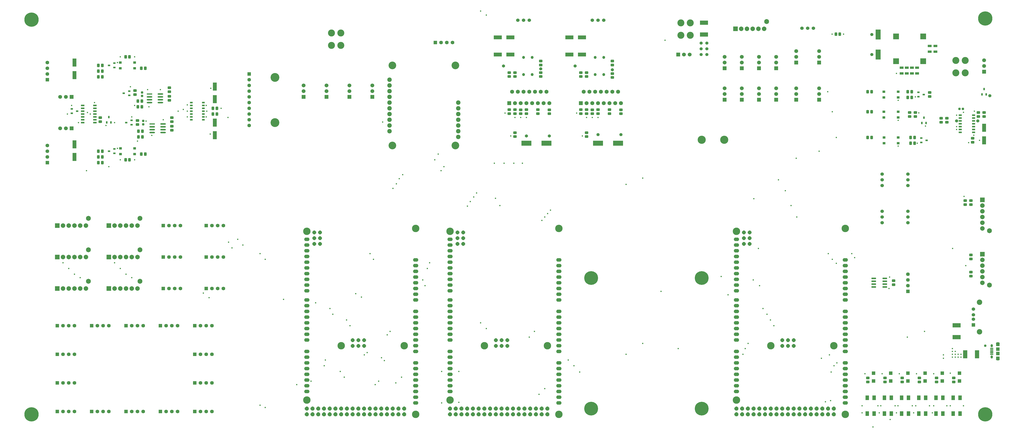
<source format=gts>
G04*
G04 #@! TF.GenerationSoftware,Altium Limited,Altium Designer,21.6.4 (81)*
G04*
G04 Layer_Color=8388736*
%FSLAX25Y25*%
%MOIN*%
G70*
G04*
G04 #@! TF.SameCoordinates,CD5F86C8-859A-4174-9CB5-FF9077504482*
G04*
G04*
G04 #@! TF.FilePolarity,Negative*
G04*
G01*
G75*
%ADD37R,0.09721X0.02449*%
G04:AMPARAMS|DCode=38|XSize=97.21mil|YSize=24.49mil|CornerRadius=12.25mil|HoleSize=0mil|Usage=FLASHONLY|Rotation=0.000|XOffset=0mil|YOffset=0mil|HoleType=Round|Shape=RoundedRectangle|*
%AMROUNDEDRECTD38*
21,1,0.09721,0.00000,0,0,0.0*
21,1,0.07272,0.02449,0,0,0.0*
1,1,0.02449,0.03636,0.00000*
1,1,0.02449,-0.03636,0.00000*
1,1,0.02449,-0.03636,0.00000*
1,1,0.02449,0.03636,0.00000*
%
%ADD38ROUNDEDRECTD38*%
%ADD39R,0.06528X0.04352*%
%ADD50R,0.06496X0.05118*%
%ADD51R,0.04337X0.02762*%
%ADD52R,0.05518X0.03156*%
G04:AMPARAMS|DCode=53|XSize=81.56mil|YSize=27.23mil|CornerRadius=4.9mil|HoleSize=0mil|Usage=FLASHONLY|Rotation=0.000|XOffset=0mil|YOffset=0mil|HoleType=Round|Shape=RoundedRectangle|*
%AMROUNDEDRECTD53*
21,1,0.08156,0.01742,0,0,0.0*
21,1,0.07175,0.02723,0,0,0.0*
1,1,0.00981,0.03588,-0.00871*
1,1,0.00981,-0.03588,-0.00871*
1,1,0.00981,-0.03588,0.00871*
1,1,0.00981,0.03588,0.00871*
%
%ADD53ROUNDEDRECTD53*%
%ADD54R,0.06109X0.02762*%
%ADD55R,0.05046X0.02684*%
%ADD56R,0.06306X0.06306*%
%ADD57R,0.10243X0.10243*%
%ADD58R,0.06496X0.06299*%
G04:AMPARAMS|DCode=59|XSize=19.68mil|YSize=57.09mil|CornerRadius=5.91mil|HoleSize=0mil|Usage=FLASHONLY|Rotation=90.000|XOffset=0mil|YOffset=0mil|HoleType=Round|Shape=RoundedRectangle|*
%AMROUNDEDRECTD59*
21,1,0.01968,0.04528,0,0,90.0*
21,1,0.00787,0.05709,0,0,90.0*
1,1,0.01181,0.02264,0.00394*
1,1,0.01181,0.02264,-0.00394*
1,1,0.01181,-0.02264,-0.00394*
1,1,0.01181,-0.02264,0.00394*
%
%ADD59ROUNDEDRECTD59*%
G04:AMPARAMS|DCode=60|XSize=59mil|YSize=47mil|CornerRadius=9.96mil|HoleSize=0mil|Usage=FLASHONLY|Rotation=90.000|XOffset=0mil|YOffset=0mil|HoleType=Round|Shape=RoundedRectangle|*
%AMROUNDEDRECTD60*
21,1,0.05900,0.02709,0,0,90.0*
21,1,0.03909,0.04700,0,0,90.0*
1,1,0.01991,0.01355,0.01955*
1,1,0.01991,0.01355,-0.01955*
1,1,0.01991,-0.01355,-0.01955*
1,1,0.01991,-0.01355,0.01955*
%
%ADD60ROUNDEDRECTD60*%
G04:AMPARAMS|DCode=61|XSize=39mil|YSize=38mil|CornerRadius=7.95mil|HoleSize=0mil|Usage=FLASHONLY|Rotation=270.000|XOffset=0mil|YOffset=0mil|HoleType=Round|Shape=RoundedRectangle|*
%AMROUNDEDRECTD61*
21,1,0.03900,0.02210,0,0,270.0*
21,1,0.02310,0.03800,0,0,270.0*
1,1,0.01590,-0.01105,-0.01155*
1,1,0.01590,-0.01105,0.01155*
1,1,0.01590,0.01105,0.01155*
1,1,0.01590,0.01105,-0.01155*
%
%ADD61ROUNDEDRECTD61*%
%ADD62R,0.05912X0.08274*%
G04:AMPARAMS|DCode=63|XSize=39mil|YSize=38mil|CornerRadius=7.95mil|HoleSize=0mil|Usage=FLASHONLY|Rotation=180.000|XOffset=0mil|YOffset=0mil|HoleType=Round|Shape=RoundedRectangle|*
%AMROUNDEDRECTD63*
21,1,0.03900,0.02210,0,0,180.0*
21,1,0.02310,0.03800,0,0,180.0*
1,1,0.01590,-0.01155,0.01105*
1,1,0.01590,0.01155,0.01105*
1,1,0.01590,0.01155,-0.01105*
1,1,0.01590,-0.01155,-0.01105*
%
%ADD63ROUNDEDRECTD63*%
%ADD64R,0.02762X0.04337*%
G04:AMPARAMS|DCode=65|XSize=59mil|YSize=47mil|CornerRadius=9.96mil|HoleSize=0mil|Usage=FLASHONLY|Rotation=180.000|XOffset=0mil|YOffset=0mil|HoleType=Round|Shape=RoundedRectangle|*
%AMROUNDEDRECTD65*
21,1,0.05900,0.02709,0,0,180.0*
21,1,0.03909,0.04700,0,0,180.0*
1,1,0.01991,-0.01955,0.01355*
1,1,0.01991,0.01955,0.01355*
1,1,0.01991,0.01955,-0.01355*
1,1,0.01991,-0.01955,-0.01355*
%
%ADD65ROUNDEDRECTD65*%
%ADD66R,0.04731X0.03943*%
%ADD67C,0.06400*%
%ADD68R,0.06400X0.06400*%
%ADD69C,0.08510*%
%ADD70C,0.07900*%
%ADD71R,0.07900X0.07900*%
%ADD72C,0.24022*%
%ADD73C,0.05124*%
%ADD74C,0.09455*%
%ADD75C,0.06022*%
%ADD76R,0.06022X0.06022*%
%ADD77C,0.07000*%
%ADD78R,0.07000X0.07000*%
%ADD79C,0.24961*%
%ADD80C,0.12211*%
%ADD81R,0.06699X0.06699*%
%ADD82C,0.06699*%
%ADD83C,0.06306*%
%ADD84C,0.07800*%
%ADD85C,0.13400*%
%ADD86C,0.06000*%
G04:AMPARAMS|DCode=87|XSize=41.34mil|YSize=64.96mil|CornerRadius=20.67mil|HoleSize=0mil|Usage=FLASHONLY|Rotation=270.000|XOffset=0mil|YOffset=0mil|HoleType=Round|Shape=RoundedRectangle|*
%AMROUNDEDRECTD87*
21,1,0.04134,0.02362,0,0,270.0*
21,1,0.00000,0.06496,0,0,270.0*
1,1,0.04134,-0.01181,0.00000*
1,1,0.04134,-0.01181,0.00000*
1,1,0.04134,0.01181,0.00000*
1,1,0.04134,0.01181,0.00000*
%
%ADD87ROUNDEDRECTD87*%
G04:AMPARAMS|DCode=88|XSize=53.15mil|YSize=41.34mil|CornerRadius=20.67mil|HoleSize=0mil|Usage=FLASHONLY|Rotation=270.000|XOffset=0mil|YOffset=0mil|HoleType=Round|Shape=RoundedRectangle|*
%AMROUNDEDRECTD88*
21,1,0.05315,0.00000,0,0,270.0*
21,1,0.01181,0.04134,0,0,270.0*
1,1,0.04134,0.00000,-0.00591*
1,1,0.04134,0.00000,0.00591*
1,1,0.04134,0.00000,0.00591*
1,1,0.04134,0.00000,-0.00591*
%
%ADD88ROUNDEDRECTD88*%
%ADD89O,0.09360X0.06000*%
%ADD90C,0.12998*%
%ADD91P,0.07577X8X22.5*%
%ADD92P,0.07038X8X112.5*%
%ADD93P,0.07038X8X22.5*%
%ADD94R,0.06699X0.14179*%
%ADD95R,0.09061X0.17723*%
%ADD96C,0.14179*%
%ADD97R,0.14179X0.07408*%
%ADD98R,0.14179X0.06699*%
%ADD99R,0.17723X0.09061*%
%ADD100R,0.06699X0.06699*%
%ADD101R,0.06400X0.06400*%
%ADD102R,0.07408X0.14179*%
%ADD103R,0.07900X0.07900*%
%ADD104C,0.15400*%
%ADD105C,0.02400*%
%ADD106C,0.05400*%
%ADD107C,0.04400*%
D37*
X235995Y590000D02*
D03*
X240498Y537500D02*
D03*
D38*
X235995Y585000D02*
D03*
Y580000D02*
D03*
Y575000D02*
D03*
X255000D02*
D03*
Y580000D02*
D03*
Y585000D02*
D03*
Y590000D02*
D03*
X259502Y537500D02*
D03*
Y532500D02*
D03*
Y527500D02*
D03*
Y522500D02*
D03*
X240498D02*
D03*
Y527500D02*
D03*
Y532500D02*
D03*
D39*
X1576000Y636025D02*
D03*
Y625975D02*
D03*
X1598000Y674025D02*
D03*
Y663975D02*
D03*
X1608000Y674025D02*
D03*
Y663975D02*
D03*
X1549000Y636025D02*
D03*
Y625975D02*
D03*
X1558000Y636025D02*
D03*
Y625975D02*
D03*
X1567000Y636025D02*
D03*
Y625975D02*
D03*
D50*
X1717000Y128583D02*
D03*
X1717000Y151417D02*
D03*
D51*
X165276Y640000D02*
D03*
X174724Y643740D02*
D03*
Y636260D02*
D03*
X1583276Y512740D02*
D03*
Y505260D02*
D03*
X1592724Y509000D02*
D03*
X1578276Y592740D02*
D03*
Y585260D02*
D03*
X1587724Y589000D02*
D03*
X195276Y540000D02*
D03*
X204724Y543740D02*
D03*
Y536260D02*
D03*
X200498Y587500D02*
D03*
Y594980D02*
D03*
X191049Y591240D02*
D03*
X100276Y563740D02*
D03*
Y556260D02*
D03*
X109724Y560000D02*
D03*
X165276Y490000D02*
D03*
X174724Y493740D02*
D03*
Y486260D02*
D03*
D52*
X1651386Y552950D02*
D03*
Y547950D02*
D03*
Y542950D02*
D03*
Y537950D02*
D03*
Y532950D02*
D03*
Y527950D02*
D03*
Y522950D02*
D03*
X1674614Y552950D02*
D03*
Y547950D02*
D03*
Y542950D02*
D03*
Y537950D02*
D03*
Y532950D02*
D03*
Y527950D02*
D03*
Y522950D02*
D03*
D53*
X1500256Y267500D02*
D03*
Y262500D02*
D03*
Y257500D02*
D03*
Y252500D02*
D03*
X1519744D02*
D03*
Y257500D02*
D03*
Y262500D02*
D03*
Y267500D02*
D03*
D54*
X140728Y540000D02*
D03*
Y545000D02*
D03*
Y550000D02*
D03*
Y555000D02*
D03*
Y560000D02*
D03*
Y565000D02*
D03*
Y570000D02*
D03*
X119272Y540000D02*
D03*
Y545000D02*
D03*
Y550000D02*
D03*
Y555000D02*
D03*
Y560000D02*
D03*
Y565000D02*
D03*
Y570000D02*
D03*
D55*
X330000Y545000D02*
D03*
Y550000D02*
D03*
Y555000D02*
D03*
Y560000D02*
D03*
Y565000D02*
D03*
Y570000D02*
D03*
Y575000D02*
D03*
X309055D02*
D03*
Y570000D02*
D03*
Y565000D02*
D03*
Y560000D02*
D03*
Y555000D02*
D03*
Y550000D02*
D03*
Y545000D02*
D03*
D56*
X1650000Y88110D02*
D03*
Y101890D02*
D03*
X1500000Y88110D02*
D03*
Y101890D02*
D03*
X1560000D02*
D03*
Y88110D02*
D03*
X1530000D02*
D03*
Y101890D02*
D03*
X1590000Y88110D02*
D03*
Y101890D02*
D03*
X1620000Y88110D02*
D03*
Y101890D02*
D03*
X410000Y625000D02*
D03*
D57*
X1586622Y690654D02*
D03*
Y647346D02*
D03*
X1539378D02*
D03*
Y690654D02*
D03*
D58*
X1717000Y136063D02*
D03*
Y143937D02*
D03*
D59*
X1706370Y145118D02*
D03*
Y142559D02*
D03*
Y140000D02*
D03*
Y137441D02*
D03*
Y134882D02*
D03*
D60*
X200850Y655000D02*
D03*
X194150D02*
D03*
X1489450Y514000D02*
D03*
X1496550D02*
D03*
X1571550Y504000D02*
D03*
X1564450D02*
D03*
Y514000D02*
D03*
X1571550D02*
D03*
X1489450Y559000D02*
D03*
X1496550D02*
D03*
X1566550Y584000D02*
D03*
X1559450D02*
D03*
X1489450Y594000D02*
D03*
X1496550D02*
D03*
X153550Y470000D02*
D03*
X146450D02*
D03*
Y480000D02*
D03*
X153550D02*
D03*
X346450Y565000D02*
D03*
X353550D02*
D03*
X223550Y515000D02*
D03*
X216450D02*
D03*
X223550Y525000D02*
D03*
X216450D02*
D03*
X221450Y485000D02*
D03*
X228550D02*
D03*
X146450Y630000D02*
D03*
X153550D02*
D03*
X146450Y640000D02*
D03*
X153550D02*
D03*
X222598Y567500D02*
D03*
X215498D02*
D03*
Y577500D02*
D03*
X222598D02*
D03*
X1559450Y594000D02*
D03*
X1566550D02*
D03*
X146450Y620000D02*
D03*
X153550D02*
D03*
Y490000D02*
D03*
X146450D02*
D03*
X228550Y635000D02*
D03*
X221450D02*
D03*
X353550Y555000D02*
D03*
X346450D02*
D03*
X1440850Y694500D02*
D03*
X1434150D02*
D03*
X194150Y475000D02*
D03*
X200850D02*
D03*
D61*
X222998Y586550D02*
D03*
Y592450D02*
D03*
X225000Y537050D02*
D03*
Y542950D02*
D03*
D62*
X1639095Y31220D02*
D03*
Y58780D02*
D03*
X1650905Y31220D02*
D03*
Y58780D02*
D03*
X1489095Y31220D02*
D03*
Y58780D02*
D03*
X1500906Y31220D02*
D03*
Y58780D02*
D03*
X1530906Y58780D02*
D03*
Y31221D02*
D03*
X1519094Y58780D02*
D03*
Y31221D02*
D03*
X1549094Y31220D02*
D03*
Y58780D02*
D03*
X1560905Y31220D02*
D03*
Y58780D02*
D03*
X1579095Y31220D02*
D03*
Y58780D02*
D03*
X1590905Y31220D02*
D03*
Y58780D02*
D03*
X1609094Y31221D02*
D03*
Y58780D02*
D03*
X1620905Y31221D02*
D03*
Y58780D02*
D03*
D63*
X1650050Y564000D02*
D03*
X1655950D02*
D03*
D64*
X1689260Y589276D02*
D03*
X1696740D02*
D03*
X1693000Y598724D02*
D03*
X161260Y540276D02*
D03*
X168740D02*
D03*
X165000Y549724D02*
D03*
X1584260Y539276D02*
D03*
X1591740D02*
D03*
X1588000Y548724D02*
D03*
D65*
X1563000Y550450D02*
D03*
Y557550D02*
D03*
X1573000Y550450D02*
D03*
Y557550D02*
D03*
X1683000Y550450D02*
D03*
Y557550D02*
D03*
X1598000Y592550D02*
D03*
Y585450D02*
D03*
X1693000Y557550D02*
D03*
Y550450D02*
D03*
X1673000Y512550D02*
D03*
Y505450D02*
D03*
X275000Y541450D02*
D03*
Y548550D02*
D03*
X215000Y543550D02*
D03*
Y536450D02*
D03*
X275000Y526450D02*
D03*
Y533550D02*
D03*
X150000Y548550D02*
D03*
Y541450D02*
D03*
X874000Y522350D02*
D03*
Y515650D02*
D03*
X1044000Y619000D02*
D03*
Y625700D02*
D03*
X919000Y620650D02*
D03*
Y627350D02*
D03*
X884000Y562350D02*
D03*
Y555650D02*
D03*
X1059000Y562350D02*
D03*
Y555650D02*
D03*
X874000Y627350D02*
D03*
Y620650D02*
D03*
X999000Y627350D02*
D03*
Y620650D02*
D03*
X934000Y562350D02*
D03*
Y555650D02*
D03*
X989000Y620650D02*
D03*
Y627350D02*
D03*
X864000Y620650D02*
D03*
Y627350D02*
D03*
X999000Y522350D02*
D03*
Y515650D02*
D03*
X1009000Y562350D02*
D03*
Y555650D02*
D03*
X270498Y593950D02*
D03*
Y601050D02*
D03*
X210498Y596050D02*
D03*
Y588950D02*
D03*
X270498Y578950D02*
D03*
Y586050D02*
D03*
X914000Y555450D02*
D03*
Y562550D02*
D03*
X864000Y555450D02*
D03*
Y562550D02*
D03*
X999000D02*
D03*
Y555450D02*
D03*
X989000D02*
D03*
Y562550D02*
D03*
X1044000Y640450D02*
D03*
Y647550D02*
D03*
X1039000Y555450D02*
D03*
Y562550D02*
D03*
X1019000Y555450D02*
D03*
Y562550D02*
D03*
X894000Y555450D02*
D03*
Y562550D02*
D03*
X874000D02*
D03*
Y555450D02*
D03*
X919000Y640450D02*
D03*
Y647550D02*
D03*
X1628000Y540450D02*
D03*
Y547550D02*
D03*
X1618000D02*
D03*
Y540450D02*
D03*
X1490000Y93550D02*
D03*
Y86450D02*
D03*
X1550000D02*
D03*
Y93550D02*
D03*
X1520000D02*
D03*
Y86450D02*
D03*
X1580000Y93550D02*
D03*
Y86450D02*
D03*
X1670000Y301450D02*
D03*
Y308550D02*
D03*
Y278550D02*
D03*
Y271450D02*
D03*
Y403550D02*
D03*
Y396450D02*
D03*
X1660000Y403550D02*
D03*
Y396450D02*
D03*
X1535000Y256450D02*
D03*
Y263550D02*
D03*
X1610000Y93550D02*
D03*
Y86450D02*
D03*
X1640000Y93550D02*
D03*
Y86450D02*
D03*
D66*
X209803Y635000D02*
D03*
Y645000D02*
D03*
X185000Y635000D02*
D03*
Y645000D02*
D03*
X1543000Y504000D02*
D03*
Y514000D02*
D03*
X1518197Y504000D02*
D03*
Y514000D02*
D03*
X1542803Y549000D02*
D03*
Y559000D02*
D03*
X1518000Y549000D02*
D03*
Y559000D02*
D03*
X1542803Y584000D02*
D03*
Y594000D02*
D03*
X1518000Y584000D02*
D03*
Y594000D02*
D03*
X185197Y495000D02*
D03*
Y485000D02*
D03*
X210000Y495000D02*
D03*
Y485000D02*
D03*
D67*
X365000Y250000D02*
D03*
X355000D02*
D03*
X345000D02*
D03*
X57500Y480000D02*
D03*
Y490000D02*
D03*
Y500000D02*
D03*
Y645000D02*
D03*
Y635000D02*
D03*
Y625000D02*
D03*
X345000Y185000D02*
D03*
X335000D02*
D03*
X325000D02*
D03*
X85000D02*
D03*
X95000D02*
D03*
X105000D02*
D03*
X145000D02*
D03*
X155000D02*
D03*
X165000D02*
D03*
X205000D02*
D03*
X215000D02*
D03*
X225000D02*
D03*
X265000D02*
D03*
X275000D02*
D03*
X285000D02*
D03*
X325000Y135000D02*
D03*
X335000D02*
D03*
X345000D02*
D03*
X105000Y35000D02*
D03*
X95000D02*
D03*
X85000D02*
D03*
X165000D02*
D03*
X155000D02*
D03*
X145000D02*
D03*
X225000D02*
D03*
X215000D02*
D03*
X205000D02*
D03*
X285000D02*
D03*
X275000D02*
D03*
X265000D02*
D03*
X85000Y135000D02*
D03*
X95000D02*
D03*
X105000D02*
D03*
X85000Y85000D02*
D03*
X95000D02*
D03*
X105000D02*
D03*
X325000Y35000D02*
D03*
X335000D02*
D03*
X345000D02*
D03*
X325000Y85000D02*
D03*
X335000D02*
D03*
X345000D02*
D03*
X745000Y680000D02*
D03*
X755000D02*
D03*
X765000D02*
D03*
X270000Y250000D02*
D03*
X280000D02*
D03*
X290000D02*
D03*
X270000Y305000D02*
D03*
X280000D02*
D03*
X290000D02*
D03*
X270000Y360000D02*
D03*
X280000D02*
D03*
X290000D02*
D03*
X365000D02*
D03*
X355000D02*
D03*
X345000D02*
D03*
X365000Y305000D02*
D03*
X355000D02*
D03*
X345000D02*
D03*
X1560000Y255000D02*
D03*
Y265000D02*
D03*
Y275000D02*
D03*
D68*
X335000Y250000D02*
D03*
X315000Y185000D02*
D03*
X75000D02*
D03*
X135000D02*
D03*
X195000D02*
D03*
X255000D02*
D03*
X315000Y135000D02*
D03*
X75000Y35000D02*
D03*
X135000D02*
D03*
X195000D02*
D03*
X255000D02*
D03*
X75000Y135000D02*
D03*
Y85000D02*
D03*
X315000Y35000D02*
D03*
Y85000D02*
D03*
X735000Y680000D02*
D03*
X260000Y250000D02*
D03*
Y305000D02*
D03*
Y360000D02*
D03*
X335000D02*
D03*
Y305000D02*
D03*
D69*
X129213Y317402D02*
D03*
X1702402Y255787D02*
D03*
Y350787D02*
D03*
X129213Y372402D02*
D03*
Y262402D02*
D03*
X219213Y372402D02*
D03*
Y262402D02*
D03*
X1313213Y716402D02*
D03*
X219213Y317402D02*
D03*
D70*
X125000Y305000D02*
D03*
X115000D02*
D03*
X105000D02*
D03*
X95000D02*
D03*
X85000D02*
D03*
X1690000Y300000D02*
D03*
Y290000D02*
D03*
Y280000D02*
D03*
Y270000D02*
D03*
Y260000D02*
D03*
Y355000D02*
D03*
Y365000D02*
D03*
Y375000D02*
D03*
Y385000D02*
D03*
Y395000D02*
D03*
X85000Y360000D02*
D03*
X95000D02*
D03*
X105000D02*
D03*
X115000D02*
D03*
X125000D02*
D03*
X85000Y250000D02*
D03*
X95000D02*
D03*
X105000D02*
D03*
X115000D02*
D03*
X125000D02*
D03*
X215000Y360000D02*
D03*
X205000D02*
D03*
X195000D02*
D03*
X185000D02*
D03*
X175000D02*
D03*
Y250000D02*
D03*
X185000D02*
D03*
X195000D02*
D03*
X205000D02*
D03*
X215000D02*
D03*
X1309000Y704000D02*
D03*
X1299000D02*
D03*
X1289000D02*
D03*
X1279000D02*
D03*
X1269000D02*
D03*
X175000Y305000D02*
D03*
X185000D02*
D03*
X195000D02*
D03*
X205000D02*
D03*
X215000D02*
D03*
D71*
X75000D02*
D03*
Y360000D02*
D03*
Y250000D02*
D03*
X165000Y360000D02*
D03*
Y250000D02*
D03*
X1259000Y704000D02*
D03*
X165000Y305000D02*
D03*
D72*
X1200000Y40000D02*
D03*
Y268347D02*
D03*
X1007087Y40000D02*
D03*
Y268347D02*
D03*
D73*
X1014000Y624000D02*
D03*
Y654000D02*
D03*
X1029000Y624000D02*
D03*
Y654000D02*
D03*
X904000Y624000D02*
D03*
Y654000D02*
D03*
X889000Y624000D02*
D03*
Y654000D02*
D03*
D74*
X1685039Y225866D02*
D03*
Y174134D02*
D03*
D75*
X1674370Y213779D02*
D03*
Y203937D02*
D03*
Y196063D02*
D03*
D76*
Y186221D02*
D03*
D77*
X1059000Y574000D02*
D03*
X1054000Y594000D02*
D03*
X1049000Y574000D02*
D03*
X1044000Y594000D02*
D03*
X1039000Y574000D02*
D03*
X1034000Y594000D02*
D03*
X1029000Y574000D02*
D03*
X1024000Y594000D02*
D03*
X1019000Y574000D02*
D03*
X1014000Y594000D02*
D03*
X1009000Y574000D02*
D03*
X1004000Y594000D02*
D03*
X999000Y574000D02*
D03*
X994000Y594000D02*
D03*
X934000Y574000D02*
D03*
X929000Y594000D02*
D03*
X924000Y574000D02*
D03*
X919000Y594000D02*
D03*
X914000Y574000D02*
D03*
X909000Y594000D02*
D03*
X904000Y574000D02*
D03*
X899000Y594000D02*
D03*
X894000Y574000D02*
D03*
X889000Y594000D02*
D03*
X884000Y574000D02*
D03*
X879000Y594000D02*
D03*
X874000Y574000D02*
D03*
X869000Y594000D02*
D03*
D78*
X989000Y574000D02*
D03*
X864000D02*
D03*
D79*
X30000Y30000D02*
D03*
Y720000D02*
D03*
X1695000Y722000D02*
D03*
Y30000D02*
D03*
D80*
X553465Y696654D02*
D03*
X570000D02*
D03*
Y675000D02*
D03*
X553465D02*
D03*
X1163465Y714153D02*
D03*
X1180000D02*
D03*
Y692500D02*
D03*
X1163465D02*
D03*
X1643465Y648654D02*
D03*
X1660000D02*
D03*
Y627000D02*
D03*
X1643465D02*
D03*
D81*
X1270000Y635000D02*
D03*
Y580000D02*
D03*
X1693000Y629000D02*
D03*
X1365000Y645000D02*
D03*
X1405000D02*
D03*
X1365000Y580000D02*
D03*
X1405000D02*
D03*
X545000Y585000D02*
D03*
X585000D02*
D03*
X625000D02*
D03*
X505000D02*
D03*
X1240000Y635000D02*
D03*
X1300000D02*
D03*
X1330000D02*
D03*
X1240000Y580000D02*
D03*
X1300000D02*
D03*
X1330000D02*
D03*
D82*
X1270000Y645000D02*
D03*
Y655000D02*
D03*
Y600000D02*
D03*
Y590000D02*
D03*
X1693000Y639000D02*
D03*
Y649000D02*
D03*
X80000Y530000D02*
D03*
X90000D02*
D03*
Y585000D02*
D03*
X80000D02*
D03*
X1179000Y659000D02*
D03*
X1169000D02*
D03*
X1365000Y665000D02*
D03*
Y655000D02*
D03*
X1405000Y665000D02*
D03*
Y655000D02*
D03*
X1365000Y590000D02*
D03*
Y600000D02*
D03*
X1405000Y590000D02*
D03*
Y600000D02*
D03*
X545000Y595000D02*
D03*
Y605000D02*
D03*
X585000Y595000D02*
D03*
Y605000D02*
D03*
X625000Y595000D02*
D03*
Y605000D02*
D03*
X505000Y595000D02*
D03*
Y605000D02*
D03*
X1240000Y645000D02*
D03*
Y655000D02*
D03*
X1300000Y645000D02*
D03*
Y655000D02*
D03*
X1330000Y645000D02*
D03*
Y655000D02*
D03*
X1240000Y590000D02*
D03*
Y600000D02*
D03*
X1300000D02*
D03*
Y590000D02*
D03*
X1330000Y600000D02*
D03*
Y590000D02*
D03*
D83*
X410000Y615000D02*
D03*
Y595000D02*
D03*
Y585000D02*
D03*
Y575000D02*
D03*
Y565000D02*
D03*
Y555000D02*
D03*
Y545000D02*
D03*
Y535000D02*
D03*
Y605000D02*
D03*
D84*
X655000Y615000D02*
D03*
Y605000D02*
D03*
Y595000D02*
D03*
Y585000D02*
D03*
Y575000D02*
D03*
Y565000D02*
D03*
Y555000D02*
D03*
Y545000D02*
D03*
Y535000D02*
D03*
Y525000D02*
D03*
X775000Y515000D02*
D03*
Y525000D02*
D03*
Y535000D02*
D03*
Y545000D02*
D03*
Y555000D02*
D03*
Y565000D02*
D03*
Y575000D02*
D03*
D85*
X770000Y640000D02*
D03*
Y500000D02*
D03*
X660000Y640000D02*
D03*
Y500000D02*
D03*
D86*
X1375000Y705000D02*
D03*
X1385000D02*
D03*
X1395000D02*
D03*
X1009000Y719000D02*
D03*
X1019000D02*
D03*
X1029000D02*
D03*
X879000D02*
D03*
X889000D02*
D03*
X899000D02*
D03*
X1560000Y385000D02*
D03*
Y375000D02*
D03*
Y365000D02*
D03*
X1515000D02*
D03*
Y375000D02*
D03*
Y385000D02*
D03*
Y430000D02*
D03*
Y440000D02*
D03*
Y450000D02*
D03*
X1560000Y430000D02*
D03*
Y440000D02*
D03*
Y450000D02*
D03*
D87*
X1717000Y126221D02*
D03*
Y153779D02*
D03*
D88*
X1706370Y130157D02*
D03*
Y149843D02*
D03*
D89*
X510630Y120000D02*
D03*
Y130000D02*
D03*
Y140000D02*
D03*
Y160000D02*
D03*
Y110000D02*
D03*
Y326000D02*
D03*
Y336000D02*
D03*
Y316000D02*
D03*
Y306000D02*
D03*
Y70000D02*
D03*
Y80000D02*
D03*
Y90000D02*
D03*
Y100000D02*
D03*
Y230000D02*
D03*
Y296000D02*
D03*
Y266000D02*
D03*
Y246000D02*
D03*
Y256000D02*
D03*
Y286000D02*
D03*
Y276000D02*
D03*
Y200000D02*
D03*
Y170000D02*
D03*
Y180000D02*
D03*
Y190000D02*
D03*
Y210000D02*
D03*
Y220000D02*
D03*
X700630Y300000D02*
D03*
Y290000D02*
D03*
Y280000D02*
D03*
Y270000D02*
D03*
Y260000D02*
D03*
Y250000D02*
D03*
Y240000D02*
D03*
Y230000D02*
D03*
Y120000D02*
D03*
Y140000D02*
D03*
Y210000D02*
D03*
Y190000D02*
D03*
Y160000D02*
D03*
Y180000D02*
D03*
Y170000D02*
D03*
Y150000D02*
D03*
Y200000D02*
D03*
Y110000D02*
D03*
Y100000D02*
D03*
Y90000D02*
D03*
Y80000D02*
D03*
Y70000D02*
D03*
Y60000D02*
D03*
Y50000D02*
D03*
X760630Y120000D02*
D03*
Y130000D02*
D03*
Y140000D02*
D03*
Y160000D02*
D03*
Y110000D02*
D03*
Y326000D02*
D03*
Y336000D02*
D03*
Y316000D02*
D03*
Y306000D02*
D03*
Y70000D02*
D03*
Y80000D02*
D03*
Y90000D02*
D03*
Y100000D02*
D03*
Y230000D02*
D03*
Y296000D02*
D03*
Y266000D02*
D03*
Y246000D02*
D03*
Y256000D02*
D03*
Y286000D02*
D03*
Y276000D02*
D03*
Y200000D02*
D03*
Y170000D02*
D03*
Y180000D02*
D03*
Y190000D02*
D03*
Y210000D02*
D03*
Y220000D02*
D03*
X950630Y300000D02*
D03*
Y290000D02*
D03*
Y280000D02*
D03*
Y270000D02*
D03*
Y260000D02*
D03*
Y250000D02*
D03*
Y240000D02*
D03*
Y230000D02*
D03*
Y120000D02*
D03*
Y140000D02*
D03*
Y210000D02*
D03*
Y190000D02*
D03*
Y160000D02*
D03*
Y180000D02*
D03*
Y170000D02*
D03*
Y150000D02*
D03*
Y200000D02*
D03*
Y110000D02*
D03*
Y100000D02*
D03*
Y90000D02*
D03*
Y80000D02*
D03*
Y70000D02*
D03*
Y60000D02*
D03*
Y50000D02*
D03*
X1260630Y120000D02*
D03*
Y130000D02*
D03*
Y140000D02*
D03*
Y160000D02*
D03*
Y110000D02*
D03*
Y326000D02*
D03*
Y336000D02*
D03*
Y316000D02*
D03*
Y306000D02*
D03*
Y70000D02*
D03*
Y80000D02*
D03*
Y90000D02*
D03*
Y100000D02*
D03*
Y230000D02*
D03*
Y296000D02*
D03*
Y266000D02*
D03*
Y246000D02*
D03*
Y256000D02*
D03*
Y286000D02*
D03*
Y276000D02*
D03*
Y200000D02*
D03*
Y170000D02*
D03*
Y180000D02*
D03*
Y190000D02*
D03*
Y210000D02*
D03*
Y220000D02*
D03*
X1450630Y300000D02*
D03*
Y290000D02*
D03*
Y280000D02*
D03*
Y270000D02*
D03*
Y260000D02*
D03*
Y250000D02*
D03*
Y240000D02*
D03*
Y230000D02*
D03*
Y120000D02*
D03*
Y140000D02*
D03*
Y210000D02*
D03*
Y190000D02*
D03*
Y160000D02*
D03*
Y180000D02*
D03*
Y170000D02*
D03*
Y150000D02*
D03*
Y200000D02*
D03*
Y110000D02*
D03*
Y100000D02*
D03*
Y90000D02*
D03*
Y80000D02*
D03*
Y70000D02*
D03*
Y60000D02*
D03*
Y50000D02*
D03*
D90*
X570630Y150000D02*
D03*
X510630Y55000D02*
D03*
Y350000D02*
D03*
X700630Y355000D02*
D03*
Y30000D02*
D03*
X680630Y150000D02*
D03*
X820630D02*
D03*
X760630Y55000D02*
D03*
Y350000D02*
D03*
X950630Y355000D02*
D03*
Y30000D02*
D03*
X930630Y150000D02*
D03*
X1320630D02*
D03*
X1260630Y55000D02*
D03*
Y350000D02*
D03*
X1450630Y355000D02*
D03*
Y30000D02*
D03*
X1430630Y150000D02*
D03*
D91*
X510630Y30000D02*
D03*
Y40000D02*
D03*
X560630Y30000D02*
D03*
X570630Y40000D02*
D03*
X580630D02*
D03*
Y30000D02*
D03*
X520630Y40000D02*
D03*
Y30000D02*
D03*
X530630Y40000D02*
D03*
Y30000D02*
D03*
X540630Y40000D02*
D03*
Y30000D02*
D03*
X550630Y40000D02*
D03*
Y30000D02*
D03*
X560630Y40000D02*
D03*
X570630Y30000D02*
D03*
X630630Y40000D02*
D03*
X640630D02*
D03*
Y30000D02*
D03*
X650630Y40000D02*
D03*
Y30000D02*
D03*
X660630Y40000D02*
D03*
Y30000D02*
D03*
X670630Y40000D02*
D03*
Y30000D02*
D03*
X680630Y40000D02*
D03*
Y30000D02*
D03*
X630630D02*
D03*
X590630Y40000D02*
D03*
Y30000D02*
D03*
X600630Y40000D02*
D03*
Y30000D02*
D03*
X610630Y40000D02*
D03*
Y30000D02*
D03*
X620630Y40000D02*
D03*
Y30000D02*
D03*
X760630D02*
D03*
Y40000D02*
D03*
X810630Y30000D02*
D03*
X820630Y40000D02*
D03*
X830630D02*
D03*
Y30000D02*
D03*
X770630Y40000D02*
D03*
Y30000D02*
D03*
X780630Y40000D02*
D03*
Y30000D02*
D03*
X790630Y40000D02*
D03*
Y30000D02*
D03*
X800630Y40000D02*
D03*
Y30000D02*
D03*
X810630Y40000D02*
D03*
X820630Y30000D02*
D03*
X880630Y40000D02*
D03*
X890630D02*
D03*
Y30000D02*
D03*
X900630Y40000D02*
D03*
Y30000D02*
D03*
X910630Y40000D02*
D03*
Y30000D02*
D03*
X920630Y40000D02*
D03*
Y30000D02*
D03*
X930630Y40000D02*
D03*
Y30000D02*
D03*
X880630D02*
D03*
X840630Y40000D02*
D03*
Y30000D02*
D03*
X850630Y40000D02*
D03*
Y30000D02*
D03*
X860630Y40000D02*
D03*
Y30000D02*
D03*
X870630Y40000D02*
D03*
Y30000D02*
D03*
X1260630D02*
D03*
Y40000D02*
D03*
X1310630Y30000D02*
D03*
X1320630Y40000D02*
D03*
X1330630D02*
D03*
Y30000D02*
D03*
X1270630Y40000D02*
D03*
Y30000D02*
D03*
X1280630Y40000D02*
D03*
Y30000D02*
D03*
X1290630Y40000D02*
D03*
Y30000D02*
D03*
X1300630Y40000D02*
D03*
Y30000D02*
D03*
X1310630Y40000D02*
D03*
X1320630Y30000D02*
D03*
X1380630Y40000D02*
D03*
X1390630D02*
D03*
Y30000D02*
D03*
X1400630Y40000D02*
D03*
Y30000D02*
D03*
X1410630Y40000D02*
D03*
Y30000D02*
D03*
X1420630Y40000D02*
D03*
Y30000D02*
D03*
X1430630Y40000D02*
D03*
Y30000D02*
D03*
X1380630D02*
D03*
X1340630Y40000D02*
D03*
Y30000D02*
D03*
X1350630Y40000D02*
D03*
Y30000D02*
D03*
X1360630Y40000D02*
D03*
Y30000D02*
D03*
X1370630Y40000D02*
D03*
Y30000D02*
D03*
D92*
X533630Y328000D02*
D03*
X523630Y338000D02*
D03*
X533630D02*
D03*
X523630Y348000D02*
D03*
X533630D02*
D03*
X523630Y328000D02*
D03*
X783630D02*
D03*
X773630Y338000D02*
D03*
X783630D02*
D03*
X773630Y348000D02*
D03*
X783630D02*
D03*
X773630Y328000D02*
D03*
X1283630D02*
D03*
X1273630Y338000D02*
D03*
X1283630D02*
D03*
X1273630Y348000D02*
D03*
X1283630D02*
D03*
X1273630Y328000D02*
D03*
D93*
X590630Y159500D02*
D03*
Y149500D02*
D03*
X600630Y159500D02*
D03*
Y149500D02*
D03*
X610630D02*
D03*
Y159500D02*
D03*
X840630D02*
D03*
Y149500D02*
D03*
X850630Y159500D02*
D03*
Y149500D02*
D03*
X860630D02*
D03*
Y159500D02*
D03*
X1340630D02*
D03*
Y149500D02*
D03*
X1350630Y159500D02*
D03*
Y149500D02*
D03*
X1360630D02*
D03*
Y159500D02*
D03*
D94*
X350000Y517953D02*
D03*
Y540000D02*
D03*
X1693000Y509000D02*
D03*
Y531047D02*
D03*
X350000Y603000D02*
D03*
Y580953D02*
D03*
X105000Y645000D02*
D03*
Y622953D02*
D03*
Y502047D02*
D03*
Y480000D02*
D03*
D95*
X1508000Y659000D02*
D03*
Y694039D02*
D03*
D96*
X1200000Y510000D02*
D03*
X1239370D02*
D03*
D97*
X1645000Y185591D02*
D03*
Y165000D02*
D03*
X1204000Y694000D02*
D03*
Y714591D02*
D03*
D98*
X969000Y659000D02*
D03*
X991047D02*
D03*
X844000Y689000D02*
D03*
X866047D02*
D03*
X844000Y659000D02*
D03*
X866047D02*
D03*
X969000Y689000D02*
D03*
X991047D02*
D03*
D99*
X894000Y504000D02*
D03*
X929039D02*
D03*
X1019000D02*
D03*
X1054039D02*
D03*
D100*
X100000Y530000D02*
D03*
Y585000D02*
D03*
X1159000Y659000D02*
D03*
D101*
X57500Y470000D02*
D03*
Y615000D02*
D03*
X1560000Y245000D02*
D03*
D102*
X1660000Y135000D02*
D03*
X1680591D02*
D03*
D103*
X1690000Y310000D02*
D03*
Y405000D02*
D03*
D104*
X455000Y540000D02*
D03*
Y619000D02*
D03*
D105*
X493000Y82000D02*
D03*
X630000D02*
D03*
X606000Y235000D02*
D03*
X340000Y234000D02*
D03*
X470000Y231000D02*
D03*
X1657000Y45000D02*
D03*
X1634000D02*
D03*
X1628000D02*
D03*
X205000Y269000D02*
D03*
X115000D02*
D03*
X399000Y326000D02*
D03*
X390000Y336000D02*
D03*
X1405000Y490000D02*
D03*
X1421000Y311000D02*
D03*
X1420000Y594000D02*
D03*
X1428000Y301000D02*
D03*
Y559000D02*
D03*
X1435000Y294000D02*
D03*
Y514000D02*
D03*
X838000Y469000D02*
D03*
X855000D02*
D03*
X872000D02*
D03*
X887000D02*
D03*
X643000Y541000D02*
D03*
X921000Y369000D02*
D03*
X926000Y375000D02*
D03*
X931000Y381000D02*
D03*
X936000Y387000D02*
D03*
X750000Y463000D02*
D03*
X734000Y475000D02*
D03*
X165000Y463000D02*
D03*
X791000Y394000D02*
D03*
X796000Y402000D02*
D03*
X802000Y410000D02*
D03*
X807000Y417000D02*
D03*
X672000Y442000D02*
D03*
X667000Y433000D02*
D03*
X661000Y425000D02*
D03*
X678000Y449000D02*
D03*
X1365000Y477500D02*
D03*
X847500Y395000D02*
D03*
X840000Y407500D02*
D03*
X429000Y311000D02*
D03*
X627000Y301000D02*
D03*
X621000Y311000D02*
D03*
X438000Y301000D02*
D03*
X429000Y46000D02*
D03*
X438000Y42000D02*
D03*
X1436000Y120000D02*
D03*
X1431000Y115000D02*
D03*
X1499000Y8000D02*
D03*
X1529000Y21000D02*
D03*
X1589000Y175000D02*
D03*
X1559000Y165000D02*
D03*
X899000D02*
D03*
X908000Y175000D02*
D03*
X1622000Y134000D02*
D03*
Y128000D02*
D03*
X1423000Y134000D02*
D03*
X1409000Y128000D02*
D03*
X1299000Y320000D02*
D03*
X1638000D02*
D03*
X1291000Y407000D02*
D03*
X1301000Y255000D02*
D03*
X1290000Y265000D02*
D03*
X1467000Y304000D02*
D03*
X1462000Y311000D02*
D03*
X1356000Y395000D02*
D03*
X1366000Y375000D02*
D03*
X1346000Y421000D02*
D03*
X1334000Y440000D02*
D03*
X1234000Y271000D02*
D03*
X1246000Y239000D02*
D03*
X740000Y485000D02*
D03*
X745000Y456000D02*
D03*
X1129000Y245000D02*
D03*
X1097000Y154000D02*
D03*
X1068000Y135000D02*
D03*
X1272000D02*
D03*
X1068000Y432000D02*
D03*
X1097000Y443000D02*
D03*
X1159000Y145000D02*
D03*
X1136000Y684000D02*
D03*
X1281000Y154000D02*
D03*
X1276000Y145000D02*
D03*
X1326000Y185000D02*
D03*
X1320000Y195000D02*
D03*
X1314000Y205000D02*
D03*
X1307000Y215000D02*
D03*
X824000Y180000D02*
D03*
X814000Y735000D02*
D03*
X824000Y728000D02*
D03*
X814000Y190000D02*
D03*
X126000Y456000D02*
D03*
X725000Y295000D02*
D03*
X721000Y285000D02*
D03*
X713000Y265000D02*
D03*
X717000Y255000D02*
D03*
X776000Y105000D02*
D03*
Y51000D02*
D03*
X596000Y241000D02*
D03*
X330000Y242000D02*
D03*
X380000Y321000D02*
D03*
X374000Y331000D02*
D03*
X636000Y88000D02*
D03*
X518000D02*
D03*
X576000Y95000D02*
D03*
X569000Y105000D02*
D03*
X541000Y115000D02*
D03*
X543000Y125000D02*
D03*
X641000Y129000D02*
D03*
X646000Y124000D02*
D03*
X611000Y134000D02*
D03*
X616000Y138000D02*
D03*
X656000Y175000D02*
D03*
X651000Y169000D02*
D03*
X586000Y185000D02*
D03*
X580000Y195000D02*
D03*
X551000Y215000D02*
D03*
X556000Y205000D02*
D03*
X526000Y225000D02*
D03*
X967000Y125000D02*
D03*
X1426000Y104000D02*
D03*
X977000Y115000D02*
D03*
X987000Y104000D02*
D03*
X746000Y105000D02*
D03*
Y50000D02*
D03*
X666000Y85000D02*
D03*
X676000Y95000D02*
D03*
X916000Y65000D02*
D03*
X926000Y75000D02*
D03*
X1485000Y101000D02*
D03*
X1515000D02*
D03*
X1545000D02*
D03*
X1575000D02*
D03*
X1605000D02*
D03*
X1634000Y102000D02*
D03*
X1425000Y54000D02*
D03*
X1416000Y52000D02*
D03*
X195000Y275000D02*
D03*
X185000Y285000D02*
D03*
X175000Y295000D02*
D03*
X105000Y275000D02*
D03*
X95000Y285000D02*
D03*
X85000Y295000D02*
D03*
X185000Y475000D02*
D03*
X210000D02*
D03*
X180000Y495000D02*
D03*
X160000Y535000D02*
D03*
X112000Y540000D02*
D03*
X175000D02*
D03*
X205000Y550000D02*
D03*
X132500Y555000D02*
D03*
X92500D02*
D03*
X127500Y557500D02*
D03*
X100000Y570000D02*
D03*
X140000Y575000D02*
D03*
X202500Y602500D02*
D03*
X180000Y645000D02*
D03*
X185000Y655000D02*
D03*
X215000Y507500D02*
D03*
X240000Y517500D02*
D03*
X342000Y520000D02*
D03*
X230000Y542500D02*
D03*
X260000Y545000D02*
D03*
X373000Y549000D02*
D03*
X302000Y550000D02*
D03*
X335000D02*
D03*
X286000Y560000D02*
D03*
X336000D02*
D03*
X302000D02*
D03*
X295000Y563000D02*
D03*
X361000Y565000D02*
D03*
X235000Y567500D02*
D03*
X210000Y570000D02*
D03*
X335000D02*
D03*
X302000Y571000D02*
D03*
X232500Y597500D02*
D03*
X255000D02*
D03*
X343000Y600000D02*
D03*
X210000Y655000D02*
D03*
X1540000Y626000D02*
D03*
X1658000Y411000D02*
D03*
X1661000Y290000D02*
D03*
X1527000Y250000D02*
D03*
X1528000Y270000D02*
D03*
X1427500Y694500D02*
D03*
X1447500D02*
D03*
X1543000Y544000D02*
D03*
Y499000D02*
D03*
Y579000D02*
D03*
X1576389Y504000D02*
D03*
X1590500Y534000D02*
D03*
X1579000Y557000D02*
D03*
X1573000Y585000D02*
D03*
X1645000Y553000D02*
D03*
Y533000D02*
D03*
Y528000D02*
D03*
X1666000Y505000D02*
D03*
X1657000Y558000D02*
D03*
X1676000Y560000D02*
D03*
X1675000Y518000D02*
D03*
X1685000Y509000D02*
D03*
X874000Y549000D02*
D03*
X894000D02*
D03*
X866500Y516500D02*
D03*
X856500Y556500D02*
D03*
X884000Y549000D02*
D03*
X999000D02*
D03*
X1019000D02*
D03*
X991500Y516500D02*
D03*
X981500Y556500D02*
D03*
X1009000Y549000D02*
D03*
X1597500Y45000D02*
D03*
X1567500D02*
D03*
X1537500D02*
D03*
X1542500D02*
D03*
X1512500D02*
D03*
X1605000D02*
D03*
X1602500Y32500D02*
D03*
X1573550Y45000D02*
D03*
X1480000D02*
D03*
X1507500D02*
D03*
X1637500Y145000D02*
D03*
X1642500Y140000D02*
D03*
X1637500D02*
D03*
Y130000D02*
D03*
X1642500D02*
D03*
X1647500D02*
D03*
X1652500D02*
D03*
X1637500Y135000D02*
D03*
X1642500D02*
D03*
X1647500D02*
D03*
X1652500D02*
D03*
X1640000Y32500D02*
D03*
X1570000D02*
D03*
X1540000D02*
D03*
X1510000Y32501D02*
D03*
X1480000Y32500D02*
D03*
D106*
X1682000Y543000D02*
D03*
X1645000D02*
D03*
X1497000Y694000D02*
D03*
Y659000D02*
D03*
X1703000Y587000D02*
D03*
X934000Y516500D02*
D03*
X1059000Y519000D02*
D03*
X1044000Y632250D02*
D03*
X979000Y639000D02*
D03*
X854000D02*
D03*
X919000Y633900D02*
D03*
X894000Y516500D02*
D03*
X1019000Y519000D02*
D03*
X1209000Y679000D02*
D03*
X1199000D02*
D03*
Y669000D02*
D03*
X1209000D02*
D03*
Y659000D02*
D03*
X1199000D02*
D03*
D107*
X1695000Y150000D02*
D03*
M02*

</source>
